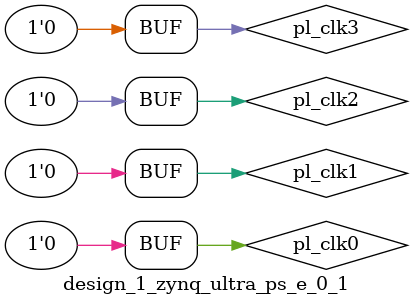
<source format=v>
 









`timescale 1ns/1ps

module design_1_zynq_ultra_ps_e_0_1 (
);
wire pl_clk_t[3:0] ;

wire saxihpc0_fpd_rclk_temp;
wire saxihpc0_fpd_wclk_temp;
wire saxihpc1_fpd_rclk_temp;
wire saxihpc1_fpd_wclk_temp;
wire saxihp0_fpd_rclk_temp;
wire saxihp0_fpd_wclk_temp;
wire saxihp1_fpd_rclk_temp;
wire saxihp1_fpd_wclk_temp;
wire saxihp2_fpd_rclk_temp;
wire saxihp2_fpd_wclk_temp;
wire saxihp3_fpd_rclk_temp;
wire saxihp3_fpd_wclk_temp;
wire saxi_lpd_rclk_temp;
wire saxi_lpd_wclk_temp;


 assign pl_clk0 = 1'b0 ;

 assign  pl_clk1 = 1'b0 ;

 assign  pl_clk2 = 1'b0 ;

 assign  pl_clk3 = 1'b0 ;

  
   
   
   
   
   


  


  zynq_ultra_ps_e_vip_v1_0_8 #(
    .C_USE_M_AXI_GP0(0),
    .C_USE_M_AXI_GP1(0),
    .C_USE_M_AXI_GP2(0),
    .C_USE_S_AXI_GP0(0),
    .C_USE_S_AXI_GP1(0),
    .C_USE_S_AXI_GP2(0),
    .C_USE_S_AXI_GP3(0),
    .C_USE_S_AXI_GP4(0),
    .C_USE_S_AXI_GP5(0),
    .C_USE_S_AXI_GP6(0),
    .C_USE_S_AXI_ACP(0),
    .C_USE_S_AXI_ACE(0),
    .C_M_AXI_GP0_DATA_WIDTH(128),
    .C_M_AXI_GP1_DATA_WIDTH(128),
    .C_M_AXI_GP2_DATA_WIDTH(32),
    .C_S_AXI_GP0_DATA_WIDTH(128),
    .C_S_AXI_GP1_DATA_WIDTH(128),
    .C_S_AXI_GP2_DATA_WIDTH(128),
    .C_S_AXI_GP3_DATA_WIDTH(128),
    .C_S_AXI_GP4_DATA_WIDTH(128),
    .C_S_AXI_GP5_DATA_WIDTH(128),
    .C_S_AXI_GP6_DATA_WIDTH(128),
    .C_FCLK_CLK0_FREQ(100.000000),
    .C_FCLK_CLK1_FREQ(24.999975),
    .C_FCLK_CLK2_FREQ(299.999700),
    .C_FCLK_CLK3_FREQ(374.999625)
  ) inst (
    .MAXIGP0ARVALID(),
    .MAXIGP0AWVALID(),
    .MAXIGP0BREADY(),
    .MAXIGP0RREADY(),
    .MAXIGP0WLAST(),
    .MAXIGP0WVALID(),
    .MAXIGP0ARID(),
    .MAXIGP0ARUSER(),
    .MAXIGP0AWID(),
    .MAXIGP0ARBURST(),
    .MAXIGP0ARLOCK(),
    .MAXIGP0ARSIZE(),
    .MAXIGP0AWBURST(),
    .MAXIGP0AWLOCK(),
    .MAXIGP0AWSIZE(),
    .MAXIGP0ARPROT(),
    .MAXIGP0AWPROT(),
    .MAXIGP0ARADDR(),
    .MAXIGP0AWADDR(),
    .MAXIGP0WDATA(),
    .MAXIGP0AWUSER(),
    .MAXIGP0ARCACHE(),
    .MAXIGP0ARLEN(),
    .MAXIGP0ARQOS(),
    .MAXIGP0AWCACHE(),
    .MAXIGP0AWLEN(),
    .MAXIGP0AWQOS(),
    .MAXIGP0WSTRB(),
    .MAXIGP0ACLK(),
    .MAXIGP0ARREADY(1'B0),
    .MAXIGP0AWREADY(1'B0),
    .MAXIGP0BVALID(1'B0),
    .MAXIGP0RLAST(1'B0),
    .MAXIGP0RVALID(1'B0),
    .MAXIGP0WREADY(1'B0),
    .MAXIGP0BID(12'B0),
    .MAXIGP0RID(12'B0),
    .MAXIGP0BRESP(2'B0),
    .MAXIGP0RRESP(2'B0),
    .MAXIGP0RDATA(32'B0),
    .MAXIGP1ARVALID(),
    .MAXIGP1AWVALID(),
    .MAXIGP1BREADY(),
    .MAXIGP1RREADY(),
    .MAXIGP1WLAST(),
    .MAXIGP1WVALID(),
    .MAXIGP1ARID(),
    .MAXIGP1ARUSER(),
    .MAXIGP1AWID(),
    .MAXIGP1ARBURST(),
    .MAXIGP1ARLOCK(),
    .MAXIGP1ARSIZE(),
    .MAXIGP1AWBURST(),
    .MAXIGP1AWLOCK(),
    .MAXIGP1AWSIZE(),
    .MAXIGP1ARPROT(),
    .MAXIGP1AWPROT(),
    .MAXIGP1ARADDR(),
    .MAXIGP1AWADDR(),
    .MAXIGP1WDATA(),
    .MAXIGP1AWUSER(),
    .MAXIGP1ARCACHE(),
    .MAXIGP1ARLEN(),
    .MAXIGP1ARQOS(),
    .MAXIGP1AWCACHE(),
    .MAXIGP1AWLEN(),
    .MAXIGP1AWQOS(),
    .MAXIGP1WSTRB(),
    .MAXIGP1ACLK(1'B0),
    .MAXIGP1ARREADY(1'B0),
    .MAXIGP1AWREADY(1'B0),
    .MAXIGP1BVALID(1'B0),
    .MAXIGP1RLAST(1'B0),
    .MAXIGP1RVALID(1'B0),
    .MAXIGP1WREADY(1'B0),
    .MAXIGP1BID(12'B0),
    .MAXIGP1RID(12'B0),
    .MAXIGP1BRESP(2'B0),
    .MAXIGP1RRESP(2'B0),
    .MAXIGP1RDATA(32'B0),

    .MAXIGP2ARVALID(),
    .MAXIGP2AWVALID(),
    .MAXIGP2BREADY(),
    .MAXIGP2RREADY(),
    .MAXIGP2WLAST(),
    .MAXIGP2WVALID(),
    .MAXIGP2ARID(),
    .MAXIGP2ARUSER(),
    .MAXIGP2AWID(),
    .MAXIGP2ARBURST(),
    .MAXIGP2ARLOCK(),
    .MAXIGP2ARSIZE(),
    .MAXIGP2AWBURST(),
    .MAXIGP2AWLOCK(),
    .MAXIGP2AWSIZE(),
    .MAXIGP2ARPROT(),
    .MAXIGP2AWPROT(),
    .MAXIGP2ARADDR(),
    .MAXIGP2AWADDR(),
    .MAXIGP2WDATA(),
    .MAXIGP2AWUSER(),
    .MAXIGP2ARCACHE(),
    .MAXIGP2ARLEN(),
    .MAXIGP2ARQOS(),
    .MAXIGP2AWCACHE(),
    .MAXIGP2AWLEN(),
    .MAXIGP2AWQOS(),
    .MAXIGP2WSTRB(),
    .MAXIGP2ACLK(),
    .MAXIGP2ARREADY(1'B0),
    .MAXIGP2AWREADY(1'B0),
    .MAXIGP2BVALID(1'B0),
    .MAXIGP2RLAST(1'B0),
    .MAXIGP2RVALID(1'B0),
    .MAXIGP2WREADY(1'B0),
    .MAXIGP2BID(12'B0),
    .MAXIGP2RID(12'B0),
    .MAXIGP2BRESP(2'B0),
    .MAXIGP2RRESP(2'B0),
    .MAXIGP2RDATA(32'B0),
    .SAXIGP0RCLK(),
    .SAXIGP0WCLK(),
    .SAXIGP0ARUSER(),
    .SAXIGP0AWUSER(),
    .SAXIGP0RACOUNT(),
    .SAXIGP0WACOUNT(),
    .SAXIGP0RCOUNT(),
    .SAXIGP0WCOUNT(),
    .SAXIGP0ARREADY(),
    .SAXIGP0AWREADY(),
    .SAXIGP0BVALID(),
    .SAXIGP0RLAST(),
    .SAXIGP0RVALID(),
    .SAXIGP0WREADY(),
    .SAXIGP0BRESP(),
    .SAXIGP0RRESP(),
    .SAXIGP0RDATA(),
    .SAXIGP0BID(),
    .SAXIGP0RID(),
    .SAXIGP0ARVALID(1'B0),
    .SAXIGP0AWVALID(1'B0),
    .SAXIGP0BREADY(1'B0),
    .SAXIGP0RREADY(1'B0),
    .SAXIGP0WLAST(1'B0),
    .SAXIGP0WVALID(1'B0),
    .SAXIGP0ARBURST(2'B0),
    .SAXIGP0ARLOCK(2'B0),
    .SAXIGP0ARSIZE(3'B0),
    .SAXIGP0AWBURST(2'B0),
    .SAXIGP0AWLOCK(2'B0),
    .SAXIGP0AWSIZE(3'B0),
    .SAXIGP0ARPROT(3'B0),
    .SAXIGP0AWPROT(3'B0),
    .SAXIGP0ARADDR(32'B0),
    .SAXIGP0AWADDR(32'B0),
    .SAXIGP0WDATA(32'B0),
    .SAXIGP0ARCACHE(4'B0),
    .SAXIGP0ARLEN(4'B0),
    .SAXIGP0ARQOS(4'B0),
    .SAXIGP0AWCACHE(4'B0),
    .SAXIGP0AWLEN(4'B0),
    .SAXIGP0AWQOS(4'B0),
    .SAXIGP0WSTRB(4'B0),
    .SAXIGP0ARID(6'B0),
    .SAXIGP0AWID(6'B0),
    .SAXIGP1RCLK(),
    .SAXIGP1WCLK(),
    .SAXIGP1ARUSER(),
    .SAXIGP1AWUSER(),
    .SAXIGP1RACOUNT(),
    .SAXIGP1WACOUNT(),
    .SAXIGP1RCOUNT(),
    .SAXIGP1WCOUNT(),
    .SAXIGP1ARREADY(),
    .SAXIGP1AWREADY(),
    .SAXIGP1BVALID(),
    .SAXIGP1RLAST(),
    .SAXIGP1RVALID(),
    .SAXIGP1WREADY(),
    .SAXIGP1BRESP(),
    .SAXIGP1RRESP(),
    .SAXIGP1RDATA(),
    .SAXIGP1BID(),
    .SAXIGP1RID(),
    .SAXIGP1ARVALID(1'B0),
    .SAXIGP1AWVALID(1'B0),
    .SAXIGP1BREADY(1'B0),
    .SAXIGP1RREADY(1'B0),
    .SAXIGP1WLAST(1'B0),
    .SAXIGP1WVALID(1'B0),
    .SAXIGP1ARBURST(2'B0),
    .SAXIGP1ARLOCK(2'B0),
    .SAXIGP1ARSIZE(3'B0),
    .SAXIGP1AWBURST(2'B0),
    .SAXIGP1AWLOCK(2'B0),
    .SAXIGP1AWSIZE(3'B0),
    .SAXIGP1ARPROT(3'B0),
    .SAXIGP1AWPROT(3'B0),
    .SAXIGP1ARADDR(32'B0),
    .SAXIGP1AWADDR(32'B0),
    .SAXIGP1WDATA(32'B0),
    .SAXIGP1ARCACHE(4'B0),
    .SAXIGP1ARLEN(4'B0),
    .SAXIGP1ARQOS(4'B0),
    .SAXIGP1AWCACHE(4'B0),
    .SAXIGP1AWLEN(4'B0),
    .SAXIGP1AWQOS(4'B0),
    .SAXIGP1WSTRB(4'B0),
    .SAXIGP1ARID(6'B0),
    .SAXIGP1AWID(6'B0),
    .SAXIGP2RCLK(),
    .SAXIGP2WCLK(),
    .SAXIGP2ARUSER(),
    .SAXIGP2AWUSER(),
    .SAXIGP2RACOUNT(),
    .SAXIGP2WACOUNT(),
    .SAXIGP2RCOUNT(),
    .SAXIGP2WCOUNT(),
    .SAXIGP2ARREADY(),
    .SAXIGP2AWREADY(),
    .SAXIGP2BVALID(),
    .SAXIGP2RLAST(),
    .SAXIGP2RVALID(),
    .SAXIGP2WREADY(),
    .SAXIGP2BRESP(),
    .SAXIGP2RRESP(),
    .SAXIGP2RDATA(),
    .SAXIGP2BID(),
    .SAXIGP2RID(),
    .SAXIGP2ARVALID(1'B0),
    .SAXIGP2AWVALID(1'B0),
    .SAXIGP2BREADY(1'B0),
    .SAXIGP2RREADY(1'B0),
    .SAXIGP2WLAST(1'B0),
    .SAXIGP2WVALID(1'B0),
    .SAXIGP2ARBURST(2'B0),
    .SAXIGP2ARLOCK(2'B0),
    .SAXIGP2ARSIZE(3'B0),
    .SAXIGP2AWBURST(2'B0),
    .SAXIGP2AWLOCK(2'B0),
    .SAXIGP2AWSIZE(3'B0),
    .SAXIGP2ARPROT(3'B0),
    .SAXIGP2AWPROT(3'B0),
    .SAXIGP2ARADDR(32'B0),
    .SAXIGP2AWADDR(32'B0),
    .SAXIGP2WDATA(32'B0),
    .SAXIGP2ARCACHE(4'B0),
    .SAXIGP2ARLEN(4'B0),
    .SAXIGP2ARQOS(4'B0),
    .SAXIGP2AWCACHE(4'B0),
    .SAXIGP2AWLEN(4'B0),
    .SAXIGP2AWQOS(4'B0),
    .SAXIGP2WSTRB(4'B0),
    .SAXIGP2ARID(6'B0),
    .SAXIGP2AWID(6'B0),
    .SAXIGP3RCLK(),
    .SAXIGP3WCLK(),
    .SAXIGP3ARUSER(),
    .SAXIGP3AWUSER(),
    .SAXIGP3RACOUNT(),
    .SAXIGP3WACOUNT(),
    .SAXIGP3RCOUNT(),
    .SAXIGP3WCOUNT(),
    .SAXIGP3ARREADY(),
    .SAXIGP3AWREADY(),
    .SAXIGP3BVALID(),
    .SAXIGP3RLAST(),
    .SAXIGP3RVALID(),
    .SAXIGP3WREADY(),
    .SAXIGP3BRESP(),
    .SAXIGP3RRESP(),
    .SAXIGP3RDATA(),
    .SAXIGP3BID(),
    .SAXIGP3RID(),
    .SAXIGP3ARVALID(1'B0),
    .SAXIGP3AWVALID(1'B0),
    .SAXIGP3BREADY(1'B0),
    .SAXIGP3RREADY(1'B0),
    .SAXIGP3WLAST(1'B0),
    .SAXIGP3WVALID(1'B0),
    .SAXIGP3ARBURST(2'B0),
    .SAXIGP3ARLOCK(2'B0),
    .SAXIGP3ARSIZE(3'B0),
    .SAXIGP3AWBURST(2'B0),
    .SAXIGP3AWLOCK(2'B0),
    .SAXIGP3AWSIZE(3'B0),
    .SAXIGP3ARPROT(3'B0),
    .SAXIGP3AWPROT(3'B0),
    .SAXIGP3ARADDR(32'B0),
    .SAXIGP3AWADDR(32'B0),
    .SAXIGP3WDATA(32'B0),
    .SAXIGP3ARCACHE(4'B0),
    .SAXIGP3ARLEN(4'B0),
    .SAXIGP3ARQOS(4'B0),
    .SAXIGP3AWCACHE(4'B0),
    .SAXIGP3AWLEN(4'B0),
    .SAXIGP3AWQOS(4'B0),
    .SAXIGP3WSTRB(4'B0),
    .SAXIGP3ARID(6'B0),
    .SAXIGP3AWID(6'B0),
    .SAXIGP4RCLK(),
    .SAXIGP4WCLK(),
    .SAXIGP4ARUSER(),
    .SAXIGP4AWUSER(),
    .SAXIGP4RACOUNT(),
    .SAXIGP4WACOUNT(),
    .SAXIGP4RCOUNT(),
    .SAXIGP4WCOUNT(),
    .SAXIGP4ARREADY(),
    .SAXIGP4AWREADY(),
    .SAXIGP4BVALID(),
    .SAXIGP4RLAST(),
    .SAXIGP4RVALID(),
    .SAXIGP4WREADY(),
    .SAXIGP4BRESP(),
    .SAXIGP4RRESP(),
    .SAXIGP4RDATA(),
    .SAXIGP4BID(),
    .SAXIGP4RID(),
    .SAXIGP4ARVALID(1'B0),
    .SAXIGP4AWVALID(1'B0),
    .SAXIGP4BREADY(1'B0),
    .SAXIGP4RREADY(1'B0),
    .SAXIGP4WLAST(1'B0),
    .SAXIGP4WVALID(1'B0),
    .SAXIGP4ARBURST(2'B0),
    .SAXIGP4ARLOCK(2'B0),
    .SAXIGP4ARSIZE(3'B0),
    .SAXIGP4AWBURST(2'B0),
    .SAXIGP4AWLOCK(2'B0),
    .SAXIGP4AWSIZE(3'B0),
    .SAXIGP4ARPROT(3'B0),
    .SAXIGP4AWPROT(3'B0),
    .SAXIGP4ARADDR(32'B0),
    .SAXIGP4AWADDR(32'B0),
    .SAXIGP4WDATA(32'B0),
    .SAXIGP4ARCACHE(4'B0),
    .SAXIGP4ARLEN(4'B0),
    .SAXIGP4ARQOS(4'B0),
    .SAXIGP4AWCACHE(4'B0),
    .SAXIGP4AWLEN(4'B0),
    .SAXIGP4AWQOS(4'B0),
    .SAXIGP4WSTRB(4'B0),
    .SAXIGP4ARID(6'B0),
    .SAXIGP4AWID(6'B0),
    .SAXIGP5RCLK(),
    .SAXIGP5WCLK(),
    .SAXIGP5ARUSER(),
    .SAXIGP5AWUSER(),
    .SAXIGP5RACOUNT(),
    .SAXIGP5WACOUNT(),
    .SAXIGP5RCOUNT(),
    .SAXIGP5WCOUNT(),
    .SAXIGP5ARREADY(),
    .SAXIGP5AWREADY(),
    .SAXIGP5BVALID(),
    .SAXIGP5RLAST(),
    .SAXIGP5RVALID(),
    .SAXIGP5WREADY(),
    .SAXIGP5BRESP(),
    .SAXIGP5RRESP(),
    .SAXIGP5RDATA(),
    .SAXIGP5BID(),
    .SAXIGP5RID(),
    .SAXIGP5ARVALID(1'B0),
    .SAXIGP5AWVALID(1'B0),
    .SAXIGP5BREADY(1'B0),
    .SAXIGP5RREADY(1'B0),
    .SAXIGP5WLAST(1'B0),
    .SAXIGP5WVALID(1'B0),
    .SAXIGP5ARBURST(2'B0),
    .SAXIGP5ARLOCK(2'B0),
    .SAXIGP5ARSIZE(3'B0),
    .SAXIGP5AWBURST(2'B0),
    .SAXIGP5AWLOCK(2'B0),
    .SAXIGP5AWSIZE(3'B0),
    .SAXIGP5ARPROT(3'B0),
    .SAXIGP5AWPROT(3'B0),
    .SAXIGP5ARADDR(32'B0),
    .SAXIGP5AWADDR(32'B0),
    .SAXIGP5WDATA(32'B0),
    .SAXIGP5ARCACHE(4'B0),
    .SAXIGP5ARLEN(4'B0),
    .SAXIGP5ARQOS(4'B0),
    .SAXIGP5AWCACHE(4'B0),
    .SAXIGP5AWLEN(4'B0),
    .SAXIGP5AWQOS(4'B0),
    .SAXIGP5WSTRB(4'B0),
    .SAXIGP5ARID(6'B0),
    .SAXIGP5AWID(6'B0),
    .SAXIGP6RCLK(),
    .SAXIGP6WCLK(),
    .SAXIGP6ARUSER(),
    .SAXIGP6AWUSER(),
    .SAXIGP6RACOUNT(),
    .SAXIGP6WACOUNT(),
    .SAXIGP6RCOUNT(),
    .SAXIGP6WCOUNT(),
    .SAXIGP6ARREADY(),
    .SAXIGP6AWREADY(),
    .SAXIGP6BVALID(),
    .SAXIGP6RLAST(),
    .SAXIGP6RVALID(),
    .SAXIGP6WREADY(),
    .SAXIGP6BRESP(),
    .SAXIGP6RRESP(),
    .SAXIGP6RDATA(),
    .SAXIGP6BID(),
    .SAXIGP6RID(),
    .SAXIGP6ARVALID(1'B0),
    .SAXIGP6AWVALID(1'B0),
    .SAXIGP6BREADY(1'B0),
    .SAXIGP6RREADY(1'B0),
    .SAXIGP6WLAST(1'B0),
    .SAXIGP6WVALID(1'B0),
    .SAXIGP6ARBURST(2'B0),
    .SAXIGP6ARLOCK(2'B0),
    .SAXIGP6ARSIZE(3'B0),
    .SAXIGP6AWBURST(2'B0),
    .SAXIGP6AWLOCK(2'B0),
    .SAXIGP6AWSIZE(3'B0),
    .SAXIGP6ARPROT(3'B0),
    .SAXIGP6AWPROT(3'B0),
    .SAXIGP6ARADDR(32'B0),
    .SAXIGP6AWADDR(32'B0),
    .SAXIGP6WDATA(32'B0),
    .SAXIGP6ARCACHE(4'B0),
    .SAXIGP6ARLEN(4'B0),
    .SAXIGP6ARQOS(4'B0),
    .SAXIGP6AWCACHE(4'B0),
    .SAXIGP6AWLEN(4'B0),
    .SAXIGP6AWQOS(4'B0),
    .SAXIGP6WSTRB(4'B0),
    .SAXIGP6ARID(6'B0),
    .SAXIGP6AWID(6'B0),
    .SAXIACPARREADY(),
    .SAXIACPAWREADY(),
    .SAXIACPBVALID(),
    .SAXIACPRLAST(),
    .SAXIACPRVALID(),
    .SAXIACPWREADY(),
    .SAXIACPBRESP(),
    .SAXIACPRRESP(),
    .SAXIACPBID(),
    .SAXIACPRID(),
    .SAXIACPRDATA(),
    .SAXIACPACLK(1'B0),
    .SAXIACPARVALID(1'B0),
    .SAXIACPAWVALID(1'B0),
    .SAXIACPBREADY(1'B0),
    .SAXIACPRREADY(1'B0),
    .SAXIACPWLAST(1'B0),
    .SAXIACPWVALID(1'B0),
    .SAXIACPARID(3'B0),
    .SAXIACPARPROT(3'B0),
    .SAXIACPAWID(3'B0),
    .SAXIACPAWPROT(3'B0),
    .SAXIACPARADDR(32'B0),
    .SAXIACPAWADDR(32'B0),
    .SAXIACPARCACHE(4'B0),
    .SAXIACPARLEN(4'B0),
    .SAXIACPARQOS(4'B0),
    .SAXIACPAWCACHE(4'B0),
    .SAXIACPAWLEN(4'B0),
    .SAXIACPAWQOS(4'B0),
    .SAXIACPARBURST(2'B0),
    .SAXIACPARLOCK(2'B0),
    .SAXIACPARSIZE(3'B0),
    .SAXIACPAWBURST(2'B0),
    .SAXIACPAWLOCK(2'B0),
    .SAXIACPAWSIZE(3'B0),
    .SAXIACPARUSER(5'B0),
    .SAXIACPAWUSER(5'B0),
    .SAXIACPWDATA(64'B0),
    .SAXIACPWSTRB(8'B0),
.SACEFPDACREADY(),       
.SACEFPDARLOCK(),
.SACEFPDARVALID(),
.SACEFPDAWLOCK(),
.SACEFPDAWVALID(),
.SACEFPDBREADY(),
.SACEFPDCDLAST(),
.SACEFPDCDVALID(),
.SACEFPDCRVALID(),
.SACEFPDRACK(),
.SACEFPDRREADY(),
.SACEFPDWACK(),
.SACEFPDWLAST(),
.SACEFPDWUSER(),
.SACEFPDWVALID(),
.SACEFPDCDDATA(),
.SACEFPDWDATA(),
.SACEFPDARUSER(),
.SACEFPDAWUSER(),
.SACEFPDWSTRB(),
.SACEFPDARBAR(),
.SACEFPDARBURST(),
.SACEFPDARDOMAIN(),
.SACEFPDAWBAR(),
.SACEFPDAWBURST(),
.SACEFPDAWDOMAIN(),
.SACEFPDARPROT(),
.SACEFPDARSIZE(),
.SACEFPDAWPROT(),
.SACEFPDAWSIZE(),
.SACEFPDAWSNOOP(),
.SACEFPDARCACHE(),
.SACEFPDARQOS(),
.SACEFPDARREGION(),
.SACEFPDARSNOOP(),
.SACEFPDAWCACHE(),
.SACEFPDAWQOS(),
.SACEFPDAWREGION(),
.SACEFPDARADDR(),
.SACEFPDAWADDR(),
.SACEFPDCRRESP(),
.SACEFPDARID(),
.SACEFPDAWID(),
.SACEFPDARLEN(),
.SACEFPDAWLEN(),
.SACEFPDACVALID(),
.SACEFPDARREADY(),
.SACEFPDAWREADY(),
.SACEFPDBUSER(),
.SACEFPDBVALID(),
.SACEFPDCDREADY(),
.SACEFPDCRREADY(),
.SACEFPDRLAST(),
.SACEFPDRUSER(),
.SACEFPDRVALID(),
.SACEFPDWREADY(),
.SACEFPDRDATA(),
.SACEFPDBRESP(),
.SACEFPDACPROT(),
.SACEFPDACSNOOP(),
.SACEFPDRRESP(),
.SACEFPDACADDR(),
.SACEFPDBID(),
.SACEFPDRID(),


.PLCLK({pl_clk_t[3],pl_clk_t[2],pl_clk_t[1],pl_clk_t[0]})
  );

endmodule

</source>
